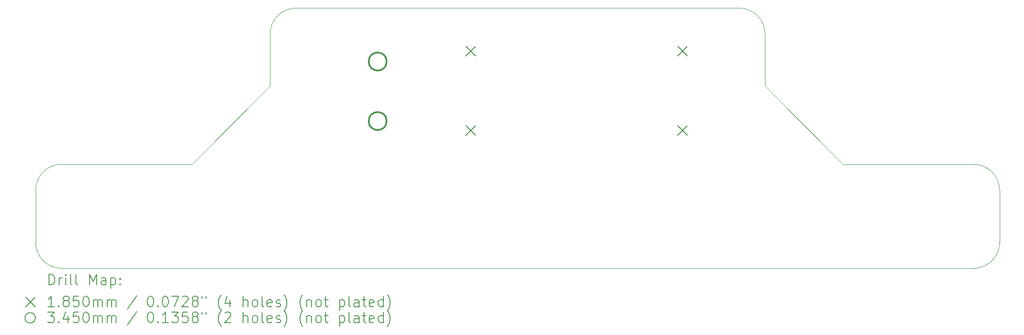
<source format=gbr>
%TF.GenerationSoftware,KiCad,Pcbnew,(6.0.7)*%
%TF.CreationDate,2022-10-03T11:37:21-05:00*%
%TF.ProjectId,FieldBangerPCB,4669656c-6442-4616-9e67-65725043422e,rev?*%
%TF.SameCoordinates,Original*%
%TF.FileFunction,Drillmap*%
%TF.FilePolarity,Positive*%
%FSLAX45Y45*%
G04 Gerber Fmt 4.5, Leading zero omitted, Abs format (unit mm)*
G04 Created by KiCad (PCBNEW (6.0.7)) date 2022-10-03 11:37:21*
%MOMM*%
%LPD*%
G01*
G04 APERTURE LIST*
%ADD10C,0.100000*%
%ADD11C,0.200000*%
%ADD12C,0.185000*%
%ADD13C,0.345000*%
G04 APERTURE END LIST*
D10*
X4000000Y-6000000D02*
X6500000Y-6000000D01*
X3500000Y-7500000D02*
X3500000Y-6500000D01*
X8000000Y-4500000D02*
X8000000Y-3500000D01*
X21500000Y-8000000D02*
G75*
G03*
X22000000Y-7500000I0J500000D01*
G01*
X3500000Y-7500000D02*
G75*
G03*
X4000000Y-8000000I500000J0D01*
G01*
X17500000Y-3500000D02*
G75*
G03*
X17000000Y-3000000I-500000J0D01*
G01*
X17500000Y-3500000D02*
X17500000Y-4500000D01*
X8500000Y-3000000D02*
X17000000Y-3000000D01*
X17500000Y-4500000D02*
X19000000Y-6000000D01*
X8000000Y-4500000D02*
X6500000Y-6000000D01*
X22000000Y-6500000D02*
G75*
G03*
X21500000Y-6000000I-500000J0D01*
G01*
X8500000Y-3000000D02*
G75*
G03*
X8000000Y-3500000I0J-500000D01*
G01*
X21500000Y-8000000D02*
X4000000Y-8000000D01*
X19000000Y-6000000D02*
X21500000Y-6000000D01*
X22000000Y-6500000D02*
X22000000Y-7500000D01*
X4000000Y-6000000D02*
G75*
G03*
X3500000Y-6500000I0J-500000D01*
G01*
D11*
D12*
X11758500Y-3732500D02*
X11943500Y-3917500D01*
X11943500Y-3732500D02*
X11758500Y-3917500D01*
X11758500Y-5256500D02*
X11943500Y-5441500D01*
X11943500Y-5256500D02*
X11758500Y-5441500D01*
X15822500Y-3732500D02*
X16007500Y-3917500D01*
X16007500Y-3732500D02*
X15822500Y-3917500D01*
X15822500Y-5256500D02*
X16007500Y-5441500D01*
X16007500Y-5256500D02*
X15822500Y-5441500D01*
D13*
X10237500Y-4027250D02*
G75*
G03*
X10237500Y-4027250I-172500J0D01*
G01*
X10237500Y-5170250D02*
G75*
G03*
X10237500Y-5170250I-172500J0D01*
G01*
D11*
X3752619Y-8315476D02*
X3752619Y-8115476D01*
X3800238Y-8115476D01*
X3828809Y-8125000D01*
X3847857Y-8144048D01*
X3857381Y-8163095D01*
X3866905Y-8201190D01*
X3866905Y-8229762D01*
X3857381Y-8267857D01*
X3847857Y-8286905D01*
X3828809Y-8305952D01*
X3800238Y-8315476D01*
X3752619Y-8315476D01*
X3952619Y-8315476D02*
X3952619Y-8182143D01*
X3952619Y-8220238D02*
X3962143Y-8201190D01*
X3971667Y-8191667D01*
X3990714Y-8182143D01*
X4009762Y-8182143D01*
X4076428Y-8315476D02*
X4076428Y-8182143D01*
X4076428Y-8115476D02*
X4066905Y-8125000D01*
X4076428Y-8134524D01*
X4085952Y-8125000D01*
X4076428Y-8115476D01*
X4076428Y-8134524D01*
X4200238Y-8315476D02*
X4181190Y-8305952D01*
X4171667Y-8286905D01*
X4171667Y-8115476D01*
X4305000Y-8315476D02*
X4285952Y-8305952D01*
X4276429Y-8286905D01*
X4276429Y-8115476D01*
X4533571Y-8315476D02*
X4533571Y-8115476D01*
X4600238Y-8258333D01*
X4666905Y-8115476D01*
X4666905Y-8315476D01*
X4847857Y-8315476D02*
X4847857Y-8210714D01*
X4838333Y-8191667D01*
X4819286Y-8182143D01*
X4781190Y-8182143D01*
X4762143Y-8191667D01*
X4847857Y-8305952D02*
X4828810Y-8315476D01*
X4781190Y-8315476D01*
X4762143Y-8305952D01*
X4752619Y-8286905D01*
X4752619Y-8267857D01*
X4762143Y-8248809D01*
X4781190Y-8239286D01*
X4828810Y-8239286D01*
X4847857Y-8229762D01*
X4943095Y-8182143D02*
X4943095Y-8382143D01*
X4943095Y-8191667D02*
X4962143Y-8182143D01*
X5000238Y-8182143D01*
X5019286Y-8191667D01*
X5028810Y-8201190D01*
X5038333Y-8220238D01*
X5038333Y-8277381D01*
X5028810Y-8296428D01*
X5019286Y-8305952D01*
X5000238Y-8315476D01*
X4962143Y-8315476D01*
X4943095Y-8305952D01*
X5124048Y-8296428D02*
X5133571Y-8305952D01*
X5124048Y-8315476D01*
X5114524Y-8305952D01*
X5124048Y-8296428D01*
X5124048Y-8315476D01*
X5124048Y-8191667D02*
X5133571Y-8201190D01*
X5124048Y-8210714D01*
X5114524Y-8201190D01*
X5124048Y-8191667D01*
X5124048Y-8210714D01*
D12*
X3310000Y-8552500D02*
X3495000Y-8737500D01*
X3495000Y-8552500D02*
X3310000Y-8737500D01*
D11*
X3857381Y-8735476D02*
X3743095Y-8735476D01*
X3800238Y-8735476D02*
X3800238Y-8535476D01*
X3781190Y-8564048D01*
X3762143Y-8583095D01*
X3743095Y-8592619D01*
X3943095Y-8716429D02*
X3952619Y-8725952D01*
X3943095Y-8735476D01*
X3933571Y-8725952D01*
X3943095Y-8716429D01*
X3943095Y-8735476D01*
X4066905Y-8621190D02*
X4047857Y-8611667D01*
X4038333Y-8602143D01*
X4028809Y-8583095D01*
X4028809Y-8573571D01*
X4038333Y-8554524D01*
X4047857Y-8545000D01*
X4066905Y-8535476D01*
X4105000Y-8535476D01*
X4124048Y-8545000D01*
X4133571Y-8554524D01*
X4143095Y-8573571D01*
X4143095Y-8583095D01*
X4133571Y-8602143D01*
X4124048Y-8611667D01*
X4105000Y-8621190D01*
X4066905Y-8621190D01*
X4047857Y-8630714D01*
X4038333Y-8640238D01*
X4028809Y-8659286D01*
X4028809Y-8697381D01*
X4038333Y-8716429D01*
X4047857Y-8725952D01*
X4066905Y-8735476D01*
X4105000Y-8735476D01*
X4124048Y-8725952D01*
X4133571Y-8716429D01*
X4143095Y-8697381D01*
X4143095Y-8659286D01*
X4133571Y-8640238D01*
X4124048Y-8630714D01*
X4105000Y-8621190D01*
X4324048Y-8535476D02*
X4228810Y-8535476D01*
X4219286Y-8630714D01*
X4228810Y-8621190D01*
X4247857Y-8611667D01*
X4295476Y-8611667D01*
X4314524Y-8621190D01*
X4324048Y-8630714D01*
X4333571Y-8649762D01*
X4333571Y-8697381D01*
X4324048Y-8716429D01*
X4314524Y-8725952D01*
X4295476Y-8735476D01*
X4247857Y-8735476D01*
X4228810Y-8725952D01*
X4219286Y-8716429D01*
X4457381Y-8535476D02*
X4476429Y-8535476D01*
X4495476Y-8545000D01*
X4505000Y-8554524D01*
X4514524Y-8573571D01*
X4524048Y-8611667D01*
X4524048Y-8659286D01*
X4514524Y-8697381D01*
X4505000Y-8716429D01*
X4495476Y-8725952D01*
X4476429Y-8735476D01*
X4457381Y-8735476D01*
X4438333Y-8725952D01*
X4428810Y-8716429D01*
X4419286Y-8697381D01*
X4409762Y-8659286D01*
X4409762Y-8611667D01*
X4419286Y-8573571D01*
X4428810Y-8554524D01*
X4438333Y-8545000D01*
X4457381Y-8535476D01*
X4609762Y-8735476D02*
X4609762Y-8602143D01*
X4609762Y-8621190D02*
X4619286Y-8611667D01*
X4638333Y-8602143D01*
X4666905Y-8602143D01*
X4685952Y-8611667D01*
X4695476Y-8630714D01*
X4695476Y-8735476D01*
X4695476Y-8630714D02*
X4705000Y-8611667D01*
X4724048Y-8602143D01*
X4752619Y-8602143D01*
X4771667Y-8611667D01*
X4781190Y-8630714D01*
X4781190Y-8735476D01*
X4876429Y-8735476D02*
X4876429Y-8602143D01*
X4876429Y-8621190D02*
X4885952Y-8611667D01*
X4905000Y-8602143D01*
X4933571Y-8602143D01*
X4952619Y-8611667D01*
X4962143Y-8630714D01*
X4962143Y-8735476D01*
X4962143Y-8630714D02*
X4971667Y-8611667D01*
X4990714Y-8602143D01*
X5019286Y-8602143D01*
X5038333Y-8611667D01*
X5047857Y-8630714D01*
X5047857Y-8735476D01*
X5438333Y-8525952D02*
X5266905Y-8783095D01*
X5695476Y-8535476D02*
X5714524Y-8535476D01*
X5733571Y-8545000D01*
X5743095Y-8554524D01*
X5752619Y-8573571D01*
X5762143Y-8611667D01*
X5762143Y-8659286D01*
X5752619Y-8697381D01*
X5743095Y-8716429D01*
X5733571Y-8725952D01*
X5714524Y-8735476D01*
X5695476Y-8735476D01*
X5676428Y-8725952D01*
X5666905Y-8716429D01*
X5657381Y-8697381D01*
X5647857Y-8659286D01*
X5647857Y-8611667D01*
X5657381Y-8573571D01*
X5666905Y-8554524D01*
X5676428Y-8545000D01*
X5695476Y-8535476D01*
X5847857Y-8716429D02*
X5857381Y-8725952D01*
X5847857Y-8735476D01*
X5838333Y-8725952D01*
X5847857Y-8716429D01*
X5847857Y-8735476D01*
X5981190Y-8535476D02*
X6000238Y-8535476D01*
X6019286Y-8545000D01*
X6028809Y-8554524D01*
X6038333Y-8573571D01*
X6047857Y-8611667D01*
X6047857Y-8659286D01*
X6038333Y-8697381D01*
X6028809Y-8716429D01*
X6019286Y-8725952D01*
X6000238Y-8735476D01*
X5981190Y-8735476D01*
X5962143Y-8725952D01*
X5952619Y-8716429D01*
X5943095Y-8697381D01*
X5933571Y-8659286D01*
X5933571Y-8611667D01*
X5943095Y-8573571D01*
X5952619Y-8554524D01*
X5962143Y-8545000D01*
X5981190Y-8535476D01*
X6114524Y-8535476D02*
X6247857Y-8535476D01*
X6162143Y-8735476D01*
X6314524Y-8554524D02*
X6324048Y-8545000D01*
X6343095Y-8535476D01*
X6390714Y-8535476D01*
X6409762Y-8545000D01*
X6419286Y-8554524D01*
X6428809Y-8573571D01*
X6428809Y-8592619D01*
X6419286Y-8621190D01*
X6305000Y-8735476D01*
X6428809Y-8735476D01*
X6543095Y-8621190D02*
X6524048Y-8611667D01*
X6514524Y-8602143D01*
X6505000Y-8583095D01*
X6505000Y-8573571D01*
X6514524Y-8554524D01*
X6524048Y-8545000D01*
X6543095Y-8535476D01*
X6581190Y-8535476D01*
X6600238Y-8545000D01*
X6609762Y-8554524D01*
X6619286Y-8573571D01*
X6619286Y-8583095D01*
X6609762Y-8602143D01*
X6600238Y-8611667D01*
X6581190Y-8621190D01*
X6543095Y-8621190D01*
X6524048Y-8630714D01*
X6514524Y-8640238D01*
X6505000Y-8659286D01*
X6505000Y-8697381D01*
X6514524Y-8716429D01*
X6524048Y-8725952D01*
X6543095Y-8735476D01*
X6581190Y-8735476D01*
X6600238Y-8725952D01*
X6609762Y-8716429D01*
X6619286Y-8697381D01*
X6619286Y-8659286D01*
X6609762Y-8640238D01*
X6600238Y-8630714D01*
X6581190Y-8621190D01*
X6695476Y-8535476D02*
X6695476Y-8573571D01*
X6771667Y-8535476D02*
X6771667Y-8573571D01*
X7066905Y-8811667D02*
X7057381Y-8802143D01*
X7038333Y-8773571D01*
X7028809Y-8754524D01*
X7019286Y-8725952D01*
X7009762Y-8678333D01*
X7009762Y-8640238D01*
X7019286Y-8592619D01*
X7028809Y-8564048D01*
X7038333Y-8545000D01*
X7057381Y-8516429D01*
X7066905Y-8506905D01*
X7228809Y-8602143D02*
X7228809Y-8735476D01*
X7181190Y-8525952D02*
X7133571Y-8668810D01*
X7257381Y-8668810D01*
X7485952Y-8735476D02*
X7485952Y-8535476D01*
X7571667Y-8735476D02*
X7571667Y-8630714D01*
X7562143Y-8611667D01*
X7543095Y-8602143D01*
X7514524Y-8602143D01*
X7495476Y-8611667D01*
X7485952Y-8621190D01*
X7695476Y-8735476D02*
X7676428Y-8725952D01*
X7666905Y-8716429D01*
X7657381Y-8697381D01*
X7657381Y-8640238D01*
X7666905Y-8621190D01*
X7676428Y-8611667D01*
X7695476Y-8602143D01*
X7724048Y-8602143D01*
X7743095Y-8611667D01*
X7752619Y-8621190D01*
X7762143Y-8640238D01*
X7762143Y-8697381D01*
X7752619Y-8716429D01*
X7743095Y-8725952D01*
X7724048Y-8735476D01*
X7695476Y-8735476D01*
X7876428Y-8735476D02*
X7857381Y-8725952D01*
X7847857Y-8706905D01*
X7847857Y-8535476D01*
X8028809Y-8725952D02*
X8009762Y-8735476D01*
X7971667Y-8735476D01*
X7952619Y-8725952D01*
X7943095Y-8706905D01*
X7943095Y-8630714D01*
X7952619Y-8611667D01*
X7971667Y-8602143D01*
X8009762Y-8602143D01*
X8028809Y-8611667D01*
X8038333Y-8630714D01*
X8038333Y-8649762D01*
X7943095Y-8668810D01*
X8114524Y-8725952D02*
X8133571Y-8735476D01*
X8171667Y-8735476D01*
X8190714Y-8725952D01*
X8200238Y-8706905D01*
X8200238Y-8697381D01*
X8190714Y-8678333D01*
X8171667Y-8668810D01*
X8143095Y-8668810D01*
X8124048Y-8659286D01*
X8114524Y-8640238D01*
X8114524Y-8630714D01*
X8124048Y-8611667D01*
X8143095Y-8602143D01*
X8171667Y-8602143D01*
X8190714Y-8611667D01*
X8266905Y-8811667D02*
X8276428Y-8802143D01*
X8295476Y-8773571D01*
X8305000Y-8754524D01*
X8314524Y-8725952D01*
X8324048Y-8678333D01*
X8324048Y-8640238D01*
X8314524Y-8592619D01*
X8305000Y-8564048D01*
X8295476Y-8545000D01*
X8276428Y-8516429D01*
X8266905Y-8506905D01*
X8628810Y-8811667D02*
X8619286Y-8802143D01*
X8600238Y-8773571D01*
X8590714Y-8754524D01*
X8581190Y-8725952D01*
X8571667Y-8678333D01*
X8571667Y-8640238D01*
X8581190Y-8592619D01*
X8590714Y-8564048D01*
X8600238Y-8545000D01*
X8619286Y-8516429D01*
X8628810Y-8506905D01*
X8705000Y-8602143D02*
X8705000Y-8735476D01*
X8705000Y-8621190D02*
X8714524Y-8611667D01*
X8733571Y-8602143D01*
X8762143Y-8602143D01*
X8781190Y-8611667D01*
X8790714Y-8630714D01*
X8790714Y-8735476D01*
X8914524Y-8735476D02*
X8895476Y-8725952D01*
X8885952Y-8716429D01*
X8876429Y-8697381D01*
X8876429Y-8640238D01*
X8885952Y-8621190D01*
X8895476Y-8611667D01*
X8914524Y-8602143D01*
X8943095Y-8602143D01*
X8962143Y-8611667D01*
X8971667Y-8621190D01*
X8981190Y-8640238D01*
X8981190Y-8697381D01*
X8971667Y-8716429D01*
X8962143Y-8725952D01*
X8943095Y-8735476D01*
X8914524Y-8735476D01*
X9038333Y-8602143D02*
X9114524Y-8602143D01*
X9066905Y-8535476D02*
X9066905Y-8706905D01*
X9076429Y-8725952D01*
X9095476Y-8735476D01*
X9114524Y-8735476D01*
X9333571Y-8602143D02*
X9333571Y-8802143D01*
X9333571Y-8611667D02*
X9352619Y-8602143D01*
X9390714Y-8602143D01*
X9409762Y-8611667D01*
X9419286Y-8621190D01*
X9428810Y-8640238D01*
X9428810Y-8697381D01*
X9419286Y-8716429D01*
X9409762Y-8725952D01*
X9390714Y-8735476D01*
X9352619Y-8735476D01*
X9333571Y-8725952D01*
X9543095Y-8735476D02*
X9524048Y-8725952D01*
X9514524Y-8706905D01*
X9514524Y-8535476D01*
X9705000Y-8735476D02*
X9705000Y-8630714D01*
X9695476Y-8611667D01*
X9676429Y-8602143D01*
X9638333Y-8602143D01*
X9619286Y-8611667D01*
X9705000Y-8725952D02*
X9685952Y-8735476D01*
X9638333Y-8735476D01*
X9619286Y-8725952D01*
X9609762Y-8706905D01*
X9609762Y-8687857D01*
X9619286Y-8668810D01*
X9638333Y-8659286D01*
X9685952Y-8659286D01*
X9705000Y-8649762D01*
X9771667Y-8602143D02*
X9847857Y-8602143D01*
X9800238Y-8535476D02*
X9800238Y-8706905D01*
X9809762Y-8725952D01*
X9828810Y-8735476D01*
X9847857Y-8735476D01*
X9990714Y-8725952D02*
X9971667Y-8735476D01*
X9933571Y-8735476D01*
X9914524Y-8725952D01*
X9905000Y-8706905D01*
X9905000Y-8630714D01*
X9914524Y-8611667D01*
X9933571Y-8602143D01*
X9971667Y-8602143D01*
X9990714Y-8611667D01*
X10000238Y-8630714D01*
X10000238Y-8649762D01*
X9905000Y-8668810D01*
X10171667Y-8735476D02*
X10171667Y-8535476D01*
X10171667Y-8725952D02*
X10152619Y-8735476D01*
X10114524Y-8735476D01*
X10095476Y-8725952D01*
X10085952Y-8716429D01*
X10076429Y-8697381D01*
X10076429Y-8640238D01*
X10085952Y-8621190D01*
X10095476Y-8611667D01*
X10114524Y-8602143D01*
X10152619Y-8602143D01*
X10171667Y-8611667D01*
X10247857Y-8811667D02*
X10257381Y-8802143D01*
X10276429Y-8773571D01*
X10285952Y-8754524D01*
X10295476Y-8725952D01*
X10305000Y-8678333D01*
X10305000Y-8640238D01*
X10295476Y-8592619D01*
X10285952Y-8564048D01*
X10276429Y-8545000D01*
X10257381Y-8516429D01*
X10247857Y-8506905D01*
X3495000Y-8950000D02*
G75*
G03*
X3495000Y-8950000I-100000J0D01*
G01*
X3733571Y-8840476D02*
X3857381Y-8840476D01*
X3790714Y-8916667D01*
X3819286Y-8916667D01*
X3838333Y-8926190D01*
X3847857Y-8935714D01*
X3857381Y-8954762D01*
X3857381Y-9002381D01*
X3847857Y-9021429D01*
X3838333Y-9030952D01*
X3819286Y-9040476D01*
X3762143Y-9040476D01*
X3743095Y-9030952D01*
X3733571Y-9021429D01*
X3943095Y-9021429D02*
X3952619Y-9030952D01*
X3943095Y-9040476D01*
X3933571Y-9030952D01*
X3943095Y-9021429D01*
X3943095Y-9040476D01*
X4124048Y-8907143D02*
X4124048Y-9040476D01*
X4076428Y-8830952D02*
X4028809Y-8973810D01*
X4152619Y-8973810D01*
X4324048Y-8840476D02*
X4228810Y-8840476D01*
X4219286Y-8935714D01*
X4228810Y-8926190D01*
X4247857Y-8916667D01*
X4295476Y-8916667D01*
X4314524Y-8926190D01*
X4324048Y-8935714D01*
X4333571Y-8954762D01*
X4333571Y-9002381D01*
X4324048Y-9021429D01*
X4314524Y-9030952D01*
X4295476Y-9040476D01*
X4247857Y-9040476D01*
X4228810Y-9030952D01*
X4219286Y-9021429D01*
X4457381Y-8840476D02*
X4476429Y-8840476D01*
X4495476Y-8850000D01*
X4505000Y-8859524D01*
X4514524Y-8878571D01*
X4524048Y-8916667D01*
X4524048Y-8964286D01*
X4514524Y-9002381D01*
X4505000Y-9021429D01*
X4495476Y-9030952D01*
X4476429Y-9040476D01*
X4457381Y-9040476D01*
X4438333Y-9030952D01*
X4428810Y-9021429D01*
X4419286Y-9002381D01*
X4409762Y-8964286D01*
X4409762Y-8916667D01*
X4419286Y-8878571D01*
X4428810Y-8859524D01*
X4438333Y-8850000D01*
X4457381Y-8840476D01*
X4609762Y-9040476D02*
X4609762Y-8907143D01*
X4609762Y-8926190D02*
X4619286Y-8916667D01*
X4638333Y-8907143D01*
X4666905Y-8907143D01*
X4685952Y-8916667D01*
X4695476Y-8935714D01*
X4695476Y-9040476D01*
X4695476Y-8935714D02*
X4705000Y-8916667D01*
X4724048Y-8907143D01*
X4752619Y-8907143D01*
X4771667Y-8916667D01*
X4781190Y-8935714D01*
X4781190Y-9040476D01*
X4876429Y-9040476D02*
X4876429Y-8907143D01*
X4876429Y-8926190D02*
X4885952Y-8916667D01*
X4905000Y-8907143D01*
X4933571Y-8907143D01*
X4952619Y-8916667D01*
X4962143Y-8935714D01*
X4962143Y-9040476D01*
X4962143Y-8935714D02*
X4971667Y-8916667D01*
X4990714Y-8907143D01*
X5019286Y-8907143D01*
X5038333Y-8916667D01*
X5047857Y-8935714D01*
X5047857Y-9040476D01*
X5438333Y-8830952D02*
X5266905Y-9088095D01*
X5695476Y-8840476D02*
X5714524Y-8840476D01*
X5733571Y-8850000D01*
X5743095Y-8859524D01*
X5752619Y-8878571D01*
X5762143Y-8916667D01*
X5762143Y-8964286D01*
X5752619Y-9002381D01*
X5743095Y-9021429D01*
X5733571Y-9030952D01*
X5714524Y-9040476D01*
X5695476Y-9040476D01*
X5676428Y-9030952D01*
X5666905Y-9021429D01*
X5657381Y-9002381D01*
X5647857Y-8964286D01*
X5647857Y-8916667D01*
X5657381Y-8878571D01*
X5666905Y-8859524D01*
X5676428Y-8850000D01*
X5695476Y-8840476D01*
X5847857Y-9021429D02*
X5857381Y-9030952D01*
X5847857Y-9040476D01*
X5838333Y-9030952D01*
X5847857Y-9021429D01*
X5847857Y-9040476D01*
X6047857Y-9040476D02*
X5933571Y-9040476D01*
X5990714Y-9040476D02*
X5990714Y-8840476D01*
X5971667Y-8869048D01*
X5952619Y-8888095D01*
X5933571Y-8897619D01*
X6114524Y-8840476D02*
X6238333Y-8840476D01*
X6171667Y-8916667D01*
X6200238Y-8916667D01*
X6219286Y-8926190D01*
X6228809Y-8935714D01*
X6238333Y-8954762D01*
X6238333Y-9002381D01*
X6228809Y-9021429D01*
X6219286Y-9030952D01*
X6200238Y-9040476D01*
X6143095Y-9040476D01*
X6124048Y-9030952D01*
X6114524Y-9021429D01*
X6419286Y-8840476D02*
X6324048Y-8840476D01*
X6314524Y-8935714D01*
X6324048Y-8926190D01*
X6343095Y-8916667D01*
X6390714Y-8916667D01*
X6409762Y-8926190D01*
X6419286Y-8935714D01*
X6428809Y-8954762D01*
X6428809Y-9002381D01*
X6419286Y-9021429D01*
X6409762Y-9030952D01*
X6390714Y-9040476D01*
X6343095Y-9040476D01*
X6324048Y-9030952D01*
X6314524Y-9021429D01*
X6543095Y-8926190D02*
X6524048Y-8916667D01*
X6514524Y-8907143D01*
X6505000Y-8888095D01*
X6505000Y-8878571D01*
X6514524Y-8859524D01*
X6524048Y-8850000D01*
X6543095Y-8840476D01*
X6581190Y-8840476D01*
X6600238Y-8850000D01*
X6609762Y-8859524D01*
X6619286Y-8878571D01*
X6619286Y-8888095D01*
X6609762Y-8907143D01*
X6600238Y-8916667D01*
X6581190Y-8926190D01*
X6543095Y-8926190D01*
X6524048Y-8935714D01*
X6514524Y-8945238D01*
X6505000Y-8964286D01*
X6505000Y-9002381D01*
X6514524Y-9021429D01*
X6524048Y-9030952D01*
X6543095Y-9040476D01*
X6581190Y-9040476D01*
X6600238Y-9030952D01*
X6609762Y-9021429D01*
X6619286Y-9002381D01*
X6619286Y-8964286D01*
X6609762Y-8945238D01*
X6600238Y-8935714D01*
X6581190Y-8926190D01*
X6695476Y-8840476D02*
X6695476Y-8878571D01*
X6771667Y-8840476D02*
X6771667Y-8878571D01*
X7066905Y-9116667D02*
X7057381Y-9107143D01*
X7038333Y-9078571D01*
X7028809Y-9059524D01*
X7019286Y-9030952D01*
X7009762Y-8983333D01*
X7009762Y-8945238D01*
X7019286Y-8897619D01*
X7028809Y-8869048D01*
X7038333Y-8850000D01*
X7057381Y-8821429D01*
X7066905Y-8811905D01*
X7133571Y-8859524D02*
X7143095Y-8850000D01*
X7162143Y-8840476D01*
X7209762Y-8840476D01*
X7228809Y-8850000D01*
X7238333Y-8859524D01*
X7247857Y-8878571D01*
X7247857Y-8897619D01*
X7238333Y-8926190D01*
X7124048Y-9040476D01*
X7247857Y-9040476D01*
X7485952Y-9040476D02*
X7485952Y-8840476D01*
X7571667Y-9040476D02*
X7571667Y-8935714D01*
X7562143Y-8916667D01*
X7543095Y-8907143D01*
X7514524Y-8907143D01*
X7495476Y-8916667D01*
X7485952Y-8926190D01*
X7695476Y-9040476D02*
X7676428Y-9030952D01*
X7666905Y-9021429D01*
X7657381Y-9002381D01*
X7657381Y-8945238D01*
X7666905Y-8926190D01*
X7676428Y-8916667D01*
X7695476Y-8907143D01*
X7724048Y-8907143D01*
X7743095Y-8916667D01*
X7752619Y-8926190D01*
X7762143Y-8945238D01*
X7762143Y-9002381D01*
X7752619Y-9021429D01*
X7743095Y-9030952D01*
X7724048Y-9040476D01*
X7695476Y-9040476D01*
X7876428Y-9040476D02*
X7857381Y-9030952D01*
X7847857Y-9011905D01*
X7847857Y-8840476D01*
X8028809Y-9030952D02*
X8009762Y-9040476D01*
X7971667Y-9040476D01*
X7952619Y-9030952D01*
X7943095Y-9011905D01*
X7943095Y-8935714D01*
X7952619Y-8916667D01*
X7971667Y-8907143D01*
X8009762Y-8907143D01*
X8028809Y-8916667D01*
X8038333Y-8935714D01*
X8038333Y-8954762D01*
X7943095Y-8973810D01*
X8114524Y-9030952D02*
X8133571Y-9040476D01*
X8171667Y-9040476D01*
X8190714Y-9030952D01*
X8200238Y-9011905D01*
X8200238Y-9002381D01*
X8190714Y-8983333D01*
X8171667Y-8973810D01*
X8143095Y-8973810D01*
X8124048Y-8964286D01*
X8114524Y-8945238D01*
X8114524Y-8935714D01*
X8124048Y-8916667D01*
X8143095Y-8907143D01*
X8171667Y-8907143D01*
X8190714Y-8916667D01*
X8266905Y-9116667D02*
X8276428Y-9107143D01*
X8295476Y-9078571D01*
X8305000Y-9059524D01*
X8314524Y-9030952D01*
X8324048Y-8983333D01*
X8324048Y-8945238D01*
X8314524Y-8897619D01*
X8305000Y-8869048D01*
X8295476Y-8850000D01*
X8276428Y-8821429D01*
X8266905Y-8811905D01*
X8628810Y-9116667D02*
X8619286Y-9107143D01*
X8600238Y-9078571D01*
X8590714Y-9059524D01*
X8581190Y-9030952D01*
X8571667Y-8983333D01*
X8571667Y-8945238D01*
X8581190Y-8897619D01*
X8590714Y-8869048D01*
X8600238Y-8850000D01*
X8619286Y-8821429D01*
X8628810Y-8811905D01*
X8705000Y-8907143D02*
X8705000Y-9040476D01*
X8705000Y-8926190D02*
X8714524Y-8916667D01*
X8733571Y-8907143D01*
X8762143Y-8907143D01*
X8781190Y-8916667D01*
X8790714Y-8935714D01*
X8790714Y-9040476D01*
X8914524Y-9040476D02*
X8895476Y-9030952D01*
X8885952Y-9021429D01*
X8876429Y-9002381D01*
X8876429Y-8945238D01*
X8885952Y-8926190D01*
X8895476Y-8916667D01*
X8914524Y-8907143D01*
X8943095Y-8907143D01*
X8962143Y-8916667D01*
X8971667Y-8926190D01*
X8981190Y-8945238D01*
X8981190Y-9002381D01*
X8971667Y-9021429D01*
X8962143Y-9030952D01*
X8943095Y-9040476D01*
X8914524Y-9040476D01*
X9038333Y-8907143D02*
X9114524Y-8907143D01*
X9066905Y-8840476D02*
X9066905Y-9011905D01*
X9076429Y-9030952D01*
X9095476Y-9040476D01*
X9114524Y-9040476D01*
X9333571Y-8907143D02*
X9333571Y-9107143D01*
X9333571Y-8916667D02*
X9352619Y-8907143D01*
X9390714Y-8907143D01*
X9409762Y-8916667D01*
X9419286Y-8926190D01*
X9428810Y-8945238D01*
X9428810Y-9002381D01*
X9419286Y-9021429D01*
X9409762Y-9030952D01*
X9390714Y-9040476D01*
X9352619Y-9040476D01*
X9333571Y-9030952D01*
X9543095Y-9040476D02*
X9524048Y-9030952D01*
X9514524Y-9011905D01*
X9514524Y-8840476D01*
X9705000Y-9040476D02*
X9705000Y-8935714D01*
X9695476Y-8916667D01*
X9676429Y-8907143D01*
X9638333Y-8907143D01*
X9619286Y-8916667D01*
X9705000Y-9030952D02*
X9685952Y-9040476D01*
X9638333Y-9040476D01*
X9619286Y-9030952D01*
X9609762Y-9011905D01*
X9609762Y-8992857D01*
X9619286Y-8973810D01*
X9638333Y-8964286D01*
X9685952Y-8964286D01*
X9705000Y-8954762D01*
X9771667Y-8907143D02*
X9847857Y-8907143D01*
X9800238Y-8840476D02*
X9800238Y-9011905D01*
X9809762Y-9030952D01*
X9828810Y-9040476D01*
X9847857Y-9040476D01*
X9990714Y-9030952D02*
X9971667Y-9040476D01*
X9933571Y-9040476D01*
X9914524Y-9030952D01*
X9905000Y-9011905D01*
X9905000Y-8935714D01*
X9914524Y-8916667D01*
X9933571Y-8907143D01*
X9971667Y-8907143D01*
X9990714Y-8916667D01*
X10000238Y-8935714D01*
X10000238Y-8954762D01*
X9905000Y-8973810D01*
X10171667Y-9040476D02*
X10171667Y-8840476D01*
X10171667Y-9030952D02*
X10152619Y-9040476D01*
X10114524Y-9040476D01*
X10095476Y-9030952D01*
X10085952Y-9021429D01*
X10076429Y-9002381D01*
X10076429Y-8945238D01*
X10085952Y-8926190D01*
X10095476Y-8916667D01*
X10114524Y-8907143D01*
X10152619Y-8907143D01*
X10171667Y-8916667D01*
X10247857Y-9116667D02*
X10257381Y-9107143D01*
X10276429Y-9078571D01*
X10285952Y-9059524D01*
X10295476Y-9030952D01*
X10305000Y-8983333D01*
X10305000Y-8945238D01*
X10295476Y-8897619D01*
X10285952Y-8869048D01*
X10276429Y-8850000D01*
X10257381Y-8821429D01*
X10247857Y-8811905D01*
M02*

</source>
